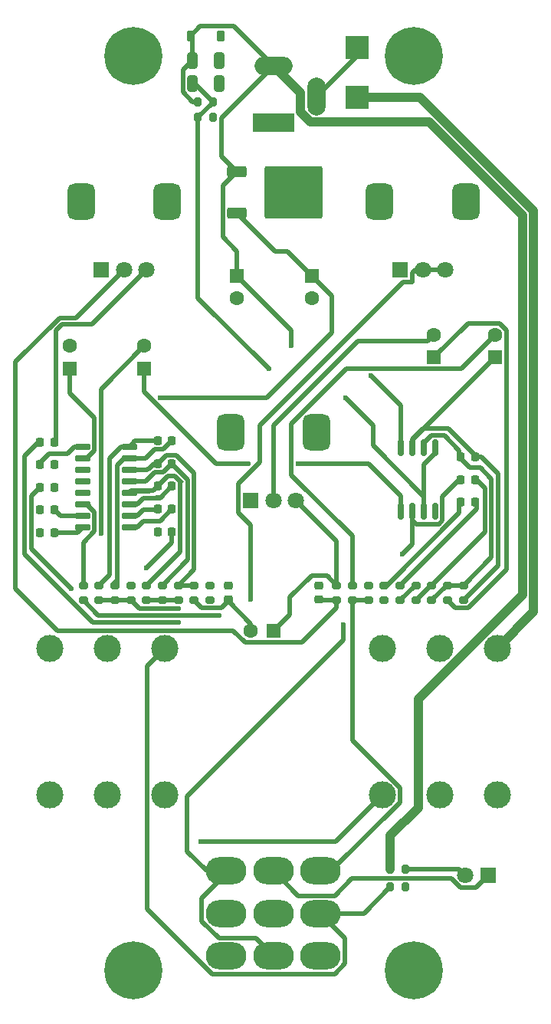
<source format=gbr>
%TF.GenerationSoftware,KiCad,Pcbnew,9.0.2*%
%TF.CreationDate,2025-07-24T19:17:49+12:00*%
%TF.ProjectId,Delay,44656c61-792e-46b6-9963-61645f706362,rev?*%
%TF.SameCoordinates,Original*%
%TF.FileFunction,Copper,L1,Top*%
%TF.FilePolarity,Positive*%
%FSLAX46Y46*%
G04 Gerber Fmt 4.6, Leading zero omitted, Abs format (unit mm)*
G04 Created by KiCad (PCBNEW 9.0.2) date 2025-07-24 19:17:49*
%MOMM*%
%LPD*%
G01*
G04 APERTURE LIST*
G04 Aperture macros list*
%AMRoundRect*
0 Rectangle with rounded corners*
0 $1 Rounding radius*
0 $2 $3 $4 $5 $6 $7 $8 $9 X,Y pos of 4 corners*
0 Add a 4 corners polygon primitive as box body*
4,1,4,$2,$3,$4,$5,$6,$7,$8,$9,$2,$3,0*
0 Add four circle primitives for the rounded corners*
1,1,$1+$1,$2,$3*
1,1,$1+$1,$4,$5*
1,1,$1+$1,$6,$7*
1,1,$1+$1,$8,$9*
0 Add four rect primitives between the rounded corners*
20,1,$1+$1,$2,$3,$4,$5,0*
20,1,$1+$1,$4,$5,$6,$7,0*
20,1,$1+$1,$6,$7,$8,$9,0*
20,1,$1+$1,$8,$9,$2,$3,0*%
G04 Aperture macros list end*
%TA.AperFunction,ComponentPad*%
%ADD10RoundRect,0.250000X0.550000X-0.550000X0.550000X0.550000X-0.550000X0.550000X-0.550000X-0.550000X0*%
%TD*%
%TA.AperFunction,ComponentPad*%
%ADD11C,1.600000*%
%TD*%
%TA.AperFunction,ComponentPad*%
%ADD12RoundRect,0.250000X0.550000X0.550000X-0.550000X0.550000X-0.550000X-0.550000X0.550000X-0.550000X0*%
%TD*%
%TA.AperFunction,ComponentPad*%
%ADD13RoundRect,0.250000X-0.550000X0.550000X-0.550000X-0.550000X0.550000X-0.550000X0.550000X0.550000X0*%
%TD*%
%TA.AperFunction,SMDPad,CuDef*%
%ADD14RoundRect,0.225000X-0.225000X-0.250000X0.225000X-0.250000X0.225000X0.250000X-0.225000X0.250000X0*%
%TD*%
%TA.AperFunction,SMDPad,CuDef*%
%ADD15RoundRect,0.200000X0.275000X-0.200000X0.275000X0.200000X-0.275000X0.200000X-0.275000X-0.200000X0*%
%TD*%
%TA.AperFunction,SMDPad,CuDef*%
%ADD16RoundRect,0.150000X-0.725000X-0.150000X0.725000X-0.150000X0.725000X0.150000X-0.725000X0.150000X0*%
%TD*%
%TA.AperFunction,ComponentPad*%
%ADD17C,0.800000*%
%TD*%
%TA.AperFunction,ComponentPad*%
%ADD18C,6.400000*%
%TD*%
%TA.AperFunction,SMDPad,CuDef*%
%ADD19RoundRect,0.200000X0.200000X0.275000X-0.200000X0.275000X-0.200000X-0.275000X0.200000X-0.275000X0*%
%TD*%
%TA.AperFunction,ComponentPad*%
%ADD20R,2.500000X2.500000*%
%TD*%
%TA.AperFunction,ComponentPad*%
%ADD21R,1.800000X1.800000*%
%TD*%
%TA.AperFunction,ComponentPad*%
%ADD22C,1.800000*%
%TD*%
%TA.AperFunction,ComponentPad*%
%ADD23RoundRect,0.750000X0.750000X-1.250000X0.750000X1.250000X-0.750000X1.250000X-0.750000X-1.250000X0*%
%TD*%
%TA.AperFunction,SMDPad,CuDef*%
%ADD24RoundRect,0.225000X0.225000X0.250000X-0.225000X0.250000X-0.225000X-0.250000X0.225000X-0.250000X0*%
%TD*%
%TA.AperFunction,SMDPad,CuDef*%
%ADD25RoundRect,0.200000X-0.275000X0.200000X-0.275000X-0.200000X0.275000X-0.200000X0.275000X0.200000X0*%
%TD*%
%TA.AperFunction,SMDPad,CuDef*%
%ADD26RoundRect,0.225000X0.250000X-0.225000X0.250000X0.225000X-0.250000X0.225000X-0.250000X-0.225000X0*%
%TD*%
%TA.AperFunction,SMDPad,CuDef*%
%ADD27RoundRect,0.250000X-0.325000X-0.650000X0.325000X-0.650000X0.325000X0.650000X-0.325000X0.650000X0*%
%TD*%
%TA.AperFunction,SMDPad,CuDef*%
%ADD28RoundRect,0.225000X-0.225000X-0.375000X0.225000X-0.375000X0.225000X0.375000X-0.225000X0.375000X0*%
%TD*%
%TA.AperFunction,ComponentPad*%
%ADD29O,4.500000X3.000000*%
%TD*%
%TA.AperFunction,SMDPad,CuDef*%
%ADD30RoundRect,0.200000X-0.200000X-0.275000X0.200000X-0.275000X0.200000X0.275000X-0.200000X0.275000X0*%
%TD*%
%TA.AperFunction,SMDPad,CuDef*%
%ADD31RoundRect,0.250000X-0.850000X-0.350000X0.850000X-0.350000X0.850000X0.350000X-0.850000X0.350000X0*%
%TD*%
%TA.AperFunction,SMDPad,CuDef*%
%ADD32RoundRect,0.249997X-2.950003X-2.650003X2.950003X-2.650003X2.950003X2.650003X-2.950003X2.650003X0*%
%TD*%
%TA.AperFunction,SMDPad,CuDef*%
%ADD33RoundRect,0.150000X0.150000X-0.800000X0.150000X0.800000X-0.150000X0.800000X-0.150000X-0.800000X0*%
%TD*%
%TA.AperFunction,ComponentPad*%
%ADD34R,4.600000X2.000000*%
%TD*%
%TA.AperFunction,ComponentPad*%
%ADD35O,4.200000X2.000000*%
%TD*%
%TA.AperFunction,ComponentPad*%
%ADD36O,2.000000X4.200000*%
%TD*%
%TA.AperFunction,ComponentPad*%
%ADD37C,3.000000*%
%TD*%
%TA.AperFunction,ViaPad*%
%ADD38C,0.600000*%
%TD*%
%TA.AperFunction,Conductor*%
%ADD39C,0.500000*%
%TD*%
%TA.AperFunction,Conductor*%
%ADD40C,1.000000*%
%TD*%
%TA.AperFunction,Conductor*%
%ADD41C,0.200000*%
%TD*%
G04 APERTURE END LIST*
D10*
%TO.P,CF7,1*%
%TO.N,Net-(C15-Pad2)*%
X174500000Y-77750000D03*
D11*
%TO.P,CF7,2*%
%TO.N,Net-(CF7-Pad2)*%
X174500000Y-75250000D03*
%TD*%
D10*
%TO.P,CF6,1*%
%TO.N,Delayed Signal*%
X167750000Y-77750000D03*
D11*
%TO.P,CF6,2*%
%TO.N,Net-(CF6-Pad2)*%
X167750000Y-75250000D03*
%TD*%
D12*
%TO.P,CF5,1*%
%TO.N,Net-(CF5-Pad1)*%
X150000000Y-108000000D03*
D11*
%TO.P,CF5,2*%
%TO.N,Net-(C14-Pad1)*%
X147500000Y-108000000D03*
%TD*%
D10*
%TO.P,CF4,1*%
%TO.N,Buffered Signal*%
X135750000Y-79000000D03*
D11*
%TO.P,CF4,2*%
%TO.N,Net-(CF4-Pad2)*%
X135750000Y-76500000D03*
%TD*%
D13*
%TO.P,CF3,1*%
%TO.N,+5V*%
X154250000Y-68750000D03*
D11*
%TO.P,CF3,2*%
%TO.N,GND*%
X154250000Y-71250000D03*
%TD*%
D13*
%TO.P,CF2,1*%
%TO.N,+9V*%
X146000000Y-68750000D03*
D11*
%TO.P,CF2,2*%
%TO.N,GND*%
X146000000Y-71250000D03*
%TD*%
D10*
%TO.P,CF1,1*%
%TO.N,Net-(U2-REF)*%
X127500000Y-79000000D03*
D11*
%TO.P,CF1,2*%
%TO.N,GND*%
X127500000Y-76500000D03*
%TD*%
D14*
%TO.P,C3,1*%
%TO.N,Wet In*%
X170725000Y-93750000D03*
%TO.P,C3,2*%
%TO.N,Net-(C3-Pad2)*%
X172275000Y-93750000D03*
%TD*%
D15*
%TO.P,R8,1*%
%TO.N,Net-(C12-Pad1)*%
X130750000Y-104575000D03*
%TO.P,R8,2*%
%TO.N,Net-(U2-LPF1-IN)*%
X130750000Y-102925000D03*
%TD*%
D14*
%TO.P,C12,1*%
%TO.N,Net-(C12-Pad1)*%
X124225000Y-92095000D03*
%TO.P,C12,2*%
%TO.N,GND*%
X125775000Y-92095000D03*
%TD*%
D15*
%TO.P,R7,1*%
%TO.N,Buffered Signal*%
X165750000Y-104575000D03*
%TO.P,R7,2*%
%TO.N,Net-(U1A--)*%
X165750000Y-102925000D03*
%TD*%
%TO.P,R11,1*%
%TO.N,Net-(C13-Pad1)*%
X139500000Y-104575000D03*
%TO.P,R11,2*%
%TO.N,Net-(U2-LPF2-OUT)*%
X139500000Y-102925000D03*
%TD*%
D14*
%TO.P,C7,1*%
%TO.N,Net-(U2-LPF1-IN)*%
X137225000Y-87000000D03*
%TO.P,C7,2*%
%TO.N,Net-(U2-LPF1-OUT)*%
X138775000Y-87000000D03*
%TD*%
D16*
%TO.P,U2,1,VCC*%
%TO.N,+5V*%
X128925000Y-87650000D03*
%TO.P,U2,2,REF*%
%TO.N,Net-(U2-REF)*%
X128925000Y-88920000D03*
%TO.P,U2,3,AGND*%
%TO.N,GND*%
X128925000Y-90190000D03*
%TO.P,U2,4,DGND*%
X128925000Y-91460000D03*
%TO.P,U2,5,CLK_O*%
%TO.N,unconnected-(U2-CLK_O-Pad5)*%
X128925000Y-92730000D03*
%TO.P,U2,6,VCO*%
%TO.N,Net-(U2-VCO)*%
X128925000Y-94000000D03*
%TO.P,U2,7,CC1*%
%TO.N,Net-(U2-CC1)*%
X128925000Y-95270000D03*
%TO.P,U2,8,CC0*%
%TO.N,Net-(U2-CC0)*%
X128925000Y-96540000D03*
%TO.P,U2,9,OP1-OUT*%
%TO.N,Net-(U2-OP1-OUT)*%
X134075000Y-96540000D03*
%TO.P,U2,10,OP1-IN*%
%TO.N,Net-(U2-OP1-IN)*%
X134075000Y-95270000D03*
%TO.P,U2,11,OP2-IN*%
%TO.N,Net-(U2-OP2-IN)*%
X134075000Y-94000000D03*
%TO.P,U2,12,OP2-OUT*%
%TO.N,Net-(U2-OP2-OUT)*%
X134075000Y-92730000D03*
%TO.P,U2,13,LPF2-IN*%
%TO.N,Net-(U2-LPF2-IN)*%
X134075000Y-91460000D03*
%TO.P,U2,14,LPF2-OUT*%
%TO.N,Net-(U2-LPF2-OUT)*%
X134075000Y-90190000D03*
%TO.P,U2,15,LPF1-OUT*%
%TO.N,Net-(U2-LPF1-OUT)*%
X134075000Y-88920000D03*
%TO.P,U2,16,LPF1-IN*%
%TO.N,Net-(U2-LPF1-IN)*%
X134075000Y-87650000D03*
%TD*%
D14*
%TO.P,C11,1*%
%TO.N,+5V*%
X124225000Y-89595000D03*
%TO.P,C11,2*%
%TO.N,GND*%
X125775000Y-89595000D03*
%TD*%
D17*
%TO.P,H3,1*%
%TO.N,N/C*%
X132100000Y-44500000D03*
X132802944Y-42802944D03*
X132802944Y-46197056D03*
X134500000Y-42100000D03*
D18*
X134500000Y-44500000D03*
D17*
X134500000Y-46900000D03*
X136197056Y-42802944D03*
X136197056Y-46197056D03*
X136900000Y-44500000D03*
%TD*%
D15*
%TO.P,R21,1*%
%TO.N,Wet Out*%
X160500000Y-104575000D03*
%TO.P,R21,2*%
%TO.N,GND*%
X160500000Y-102925000D03*
%TD*%
D19*
%TO.P,R1,1*%
%TO.N,Net-(D1-A)*%
X164575000Y-134250000D03*
%TO.P,R1,2*%
%TO.N,+9V*%
X162925000Y-134250000D03*
%TD*%
D17*
%TO.P,H2,1*%
%TO.N,N/C*%
X163100000Y-44500000D03*
X163802944Y-42802944D03*
X163802944Y-46197056D03*
X165500000Y-42100000D03*
D18*
X165500000Y-44500000D03*
D17*
X165500000Y-46900000D03*
X167197056Y-42802944D03*
X167197056Y-46197056D03*
X167900000Y-44500000D03*
%TD*%
D14*
%TO.P,C8,1*%
%TO.N,Net-(U2-LPF2-OUT)*%
X137225000Y-89500000D03*
%TO.P,C8,2*%
%TO.N,Net-(U2-LPF2-IN)*%
X138775000Y-89500000D03*
%TD*%
D20*
%TO.P,+9VBATT1,1,1*%
%TO.N,Net-(+9VBATT1-Pad1)*%
X159250000Y-43500000D03*
%TD*%
D21*
%TO.P,LEVEL1,1,1*%
%TO.N,GND*%
X147500000Y-93550000D03*
D22*
%TO.P,LEVEL1,2,2*%
%TO.N,Net-(CF6-Pad2)*%
X150000000Y-93550000D03*
%TO.P,LEVEL1,3,3*%
%TO.N,Net-(CF5-Pad1)*%
X152500000Y-93550000D03*
D23*
%TO.P,LEVEL1,MP*%
%TO.N,N/C*%
X145250000Y-86050000D03*
X154750000Y-86050000D03*
%TD*%
D21*
%TO.P,TIME1,1,1*%
%TO.N,GND*%
X164000000Y-68050000D03*
D22*
%TO.P,TIME1,2,2*%
%TO.N,Net-(R5-Pad1)*%
X166500000Y-68050000D03*
%TO.P,TIME1,3,3*%
X169000000Y-68050000D03*
D23*
%TO.P,TIME1,MP*%
%TO.N,N/C*%
X161750000Y-60550000D03*
X171250000Y-60550000D03*
%TD*%
D24*
%TO.P,C4,1*%
%TO.N,Net-(U2-CC1)*%
X125775000Y-94595000D03*
%TO.P,C4,2*%
%TO.N,GND*%
X124225000Y-94595000D03*
%TD*%
D15*
%TO.P,R5,1*%
%TO.N,Net-(R5-Pad1)*%
X129000000Y-104575000D03*
%TO.P,R5,2*%
%TO.N,Net-(U2-VCO)*%
X129000000Y-102925000D03*
%TD*%
%TO.P,R19,1*%
%TO.N,Net-(C17-Pad1)*%
X157000000Y-104575000D03*
%TO.P,R19,2*%
%TO.N,Net-(CF5-Pad1)*%
X157000000Y-102925000D03*
%TD*%
D25*
%TO.P,R16,1*%
%TO.N,Net-(U1B--)*%
X169250000Y-102925000D03*
%TO.P,R16,2*%
%TO.N,Delayed Signal*%
X169250000Y-104575000D03*
%TD*%
D15*
%TO.P,R14,1*%
%TO.N,Net-(U1B--)*%
X167500000Y-104575000D03*
%TO.P,R14,2*%
%TO.N,Buffered Signal*%
X167500000Y-102925000D03*
%TD*%
D26*
%TO.P,C17,1*%
%TO.N,Net-(C17-Pad1)*%
X155000000Y-104525000D03*
%TO.P,C17,2*%
%TO.N,GND*%
X155000000Y-102975000D03*
%TD*%
D24*
%TO.P,C5,1*%
%TO.N,Net-(U2-CC0)*%
X125775000Y-97095000D03*
%TO.P,C5,2*%
%TO.N,GND*%
X124225000Y-97095000D03*
%TD*%
D15*
%TO.P,R20,1*%
%TO.N,Wet Out*%
X158750000Y-104575000D03*
%TO.P,R20,2*%
%TO.N,Net-(CF7-Pad2)*%
X158750000Y-102925000D03*
%TD*%
D14*
%TO.P,C15,1*%
%TO.N,Net-(U1B--)*%
X170725000Y-88750000D03*
%TO.P,C15,2*%
%TO.N,Net-(C15-Pad2)*%
X172275000Y-88750000D03*
%TD*%
D26*
%TO.P,C14,1*%
%TO.N,Net-(C14-Pad1)*%
X145000000Y-104525000D03*
%TO.P,C14,2*%
%TO.N,GND*%
X145000000Y-102975000D03*
%TD*%
D27*
%TO.P,C2,1*%
%TO.N,+4.5V*%
X141025000Y-47500000D03*
%TO.P,C2,2*%
%TO.N,GND*%
X143975000Y-47500000D03*
%TD*%
D28*
%TO.P,D2,1,K*%
%TO.N,+9V*%
X140850000Y-42250000D03*
%TO.P,D2,2,A*%
%TO.N,GND*%
X144150000Y-42250000D03*
%TD*%
D24*
%TO.P,C13,1*%
%TO.N,Net-(C13-Pad1)*%
X138775000Y-97000000D03*
%TO.P,C13,2*%
%TO.N,GND*%
X137225000Y-97000000D03*
%TD*%
D25*
%TO.P,R10,1*%
%TO.N,Net-(CF4-Pad2)*%
X134250000Y-102925000D03*
%TO.P,R10,2*%
%TO.N,Net-(C12-Pad1)*%
X134250000Y-104575000D03*
%TD*%
D15*
%TO.P,R4,1*%
%TO.N,GND*%
X162250000Y-104575000D03*
%TO.P,R4,2*%
%TO.N,Wet In*%
X162250000Y-102925000D03*
%TD*%
D29*
%TO.P,S1,1*%
%TO.N,Wet In*%
X144800000Y-134500000D03*
%TO.P,S1,2*%
%TO.N,Guitar In*%
X144800000Y-139200000D03*
%TO.P,S1,3*%
%TO.N,Net-(S1-Pad3)*%
X144800000Y-143900000D03*
%TO.P,S1,4*%
%TO.N,Net-(D1-K)*%
X150000000Y-134500000D03*
%TO.P,S1,5*%
%TO.N,GND*%
X150000000Y-139200000D03*
%TO.P,S1,6*%
%TO.N,Wet In*%
X150000000Y-143900000D03*
%TO.P,S1,7*%
%TO.N,Wet Out*%
X155200000Y-134500000D03*
%TO.P,S1,8*%
%TO.N,Guitar Out*%
X155200000Y-139200000D03*
%TO.P,S1,9*%
%TO.N,Net-(S1-Pad3)*%
X155200000Y-143900000D03*
%TD*%
D30*
%TO.P,R3,1*%
%TO.N,+4.5V*%
X141675000Y-51250000D03*
%TO.P,R3,2*%
%TO.N,GND*%
X143325000Y-51250000D03*
%TD*%
D15*
%TO.P,R12,1*%
%TO.N,Net-(C13-Pad1)*%
X137750000Y-104575000D03*
%TO.P,R12,2*%
%TO.N,Net-(U2-LPF2-IN)*%
X137750000Y-102925000D03*
%TD*%
D14*
%TO.P,C9,1*%
%TO.N,Net-(U2-OP2-OUT)*%
X137225000Y-92000000D03*
%TO.P,C9,2*%
%TO.N,Net-(U2-OP2-IN)*%
X138775000Y-92000000D03*
%TD*%
%TO.P,C16,1*%
%TO.N,Net-(C16-Pad1)*%
X124225000Y-87095000D03*
%TO.P,C16,2*%
%TO.N,Net-(C16-Pad2)*%
X125775000Y-87095000D03*
%TD*%
D31*
%TO.P,U3,1,VI*%
%TO.N,+9V*%
X145950000Y-57220000D03*
D32*
%TO.P,U3,2,GND*%
%TO.N,GND*%
X152250000Y-59500000D03*
D31*
%TO.P,U3,3,VO*%
%TO.N,+5V*%
X145950000Y-61780000D03*
%TD*%
D27*
%TO.P,C1,1*%
%TO.N,+9V*%
X141025000Y-45000000D03*
%TO.P,C1,2*%
%TO.N,GND*%
X143975000Y-45000000D03*
%TD*%
D20*
%TO.P,-9VBATT1,1,1*%
%TO.N,Net-(-9VBATT1-Pad1)*%
X159250000Y-49000000D03*
%TD*%
D14*
%TO.P,C10,1*%
%TO.N,Net-(U2-OP1-IN)*%
X137225000Y-94500000D03*
%TO.P,C10,2*%
%TO.N,Net-(U2-OP1-OUT)*%
X138775000Y-94500000D03*
%TD*%
D30*
%TO.P,R2,1*%
%TO.N,+9V*%
X141675000Y-49500000D03*
%TO.P,R2,2*%
%TO.N,+4.5V*%
X143325000Y-49500000D03*
%TD*%
D21*
%TO.P,D1,1,K*%
%TO.N,Net-(D1-K)*%
X173770000Y-135000000D03*
D22*
%TO.P,D1,2,A*%
%TO.N,Net-(D1-A)*%
X171230000Y-135000000D03*
%TD*%
D15*
%TO.P,R13,1*%
%TO.N,Net-(C13-Pad1)*%
X136000000Y-104575000D03*
%TO.P,R13,2*%
%TO.N,Net-(U2-OP2-OUT)*%
X136000000Y-102925000D03*
%TD*%
D21*
%TO.P,REPEATS1,1,1*%
%TO.N,GND*%
X131000000Y-68050000D03*
D22*
%TO.P,REPEATS1,2,2*%
%TO.N,Net-(C17-Pad1)*%
X133500000Y-68050000D03*
%TO.P,REPEATS1,3,3*%
%TO.N,Net-(C16-Pad2)*%
X136000000Y-68050000D03*
D23*
%TO.P,REPEATS1,MP*%
%TO.N,N/C*%
X128750000Y-60550000D03*
X138250000Y-60550000D03*
%TD*%
D15*
%TO.P,R17,1*%
%TO.N,Net-(C15-Pad2)*%
X171000000Y-104575000D03*
%TO.P,R17,2*%
%TO.N,Net-(U1B--)*%
X171000000Y-102925000D03*
%TD*%
D30*
%TO.P,RC1,1*%
%TO.N,Guitar Out*%
X162925000Y-136250000D03*
%TO.P,RC1,2*%
%TO.N,GND*%
X164575000Y-136250000D03*
%TD*%
D15*
%TO.P,R18,1*%
%TO.N,Net-(C16-Pad1)*%
X143000000Y-104575000D03*
%TO.P,R18,2*%
%TO.N,Net-(C12-Pad1)*%
X143000000Y-102925000D03*
%TD*%
D14*
%TO.P,C6,1*%
%TO.N,Net-(U1A--)*%
X170725000Y-91250000D03*
%TO.P,C6,2*%
%TO.N,Buffered Signal*%
X172275000Y-91250000D03*
%TD*%
D17*
%TO.P,H4,1*%
%TO.N,N/C*%
X132100000Y-145500000D03*
X132802944Y-143802944D03*
X132802944Y-147197056D03*
X134500000Y-143100000D03*
D18*
X134500000Y-145500000D03*
D17*
X134500000Y-147900000D03*
X136197056Y-143802944D03*
X136197056Y-147197056D03*
X136900000Y-145500000D03*
%TD*%
D33*
%TO.P,U1,1*%
%TO.N,Buffered Signal*%
X164095000Y-94750000D03*
%TO.P,U1,2,-*%
%TO.N,Net-(U1A--)*%
X165365000Y-94750000D03*
%TO.P,U1,3,+*%
%TO.N,+4.5V*%
X166635000Y-94750000D03*
%TO.P,U1,4,V-*%
%TO.N,GND*%
X167905000Y-94750000D03*
%TO.P,U1,5,+*%
%TO.N,+4.5V*%
X167905000Y-87750000D03*
%TO.P,U1,6,-*%
%TO.N,Net-(U1B--)*%
X166635000Y-87750000D03*
%TO.P,U1,7*%
%TO.N,Net-(C15-Pad2)*%
X165365000Y-87750000D03*
%TO.P,U1,8,V+*%
%TO.N,+9V*%
X164095000Y-87750000D03*
%TD*%
D15*
%TO.P,R9,1*%
%TO.N,Net-(C12-Pad1)*%
X132500000Y-104575000D03*
%TO.P,R9,2*%
%TO.N,Net-(U2-LPF1-OUT)*%
X132500000Y-102925000D03*
%TD*%
D17*
%TO.P,H1,1*%
%TO.N,N/C*%
X163100000Y-145500000D03*
X163802944Y-143802944D03*
X163802944Y-147197056D03*
X165500000Y-143100000D03*
D18*
X165500000Y-145500000D03*
D17*
X165500000Y-147900000D03*
X167197056Y-143802944D03*
X167197056Y-147197056D03*
X167900000Y-145500000D03*
%TD*%
D15*
%TO.P,R6,1*%
%TO.N,Net-(U1A--)*%
X164000000Y-104575000D03*
%TO.P,R6,2*%
%TO.N,Net-(C3-Pad2)*%
X164000000Y-102925000D03*
%TD*%
%TO.P,R15,1*%
%TO.N,Net-(C14-Pad1)*%
X141250000Y-104575000D03*
%TO.P,R15,2*%
%TO.N,Net-(U2-LPF2-OUT)*%
X141250000Y-102925000D03*
%TD*%
D34*
%TO.P,J2,1*%
%TO.N,GND*%
X150000000Y-51850000D03*
D35*
%TO.P,J2,2*%
%TO.N,+9V*%
X150000000Y-45550000D03*
D36*
%TO.P,J2,3*%
%TO.N,Net-(+9VBATT1-Pad1)*%
X154800000Y-48950000D03*
%TD*%
D37*
%TO.P,J3,R*%
%TO.N,N/C*%
X131650000Y-109885000D03*
%TO.P,J3,RN*%
X131650000Y-126115000D03*
%TO.P,J3,S*%
%TO.N,GND*%
X125300000Y-109885000D03*
%TO.P,J3,SN*%
%TO.N,unconnected-(J3-PadSN)*%
X125300000Y-126115000D03*
%TO.P,J3,T*%
%TO.N,Guitar Out*%
X138000000Y-109885000D03*
%TO.P,J3,TN*%
%TO.N,unconnected-(J3-PadTN)*%
X138000000Y-126115000D03*
%TD*%
%TO.P,J1,R*%
%TO.N,N/C*%
X168375000Y-126115000D03*
%TO.P,J1,RN*%
X168375000Y-109885000D03*
%TO.P,J1,S*%
%TO.N,GND*%
X174725000Y-126115000D03*
%TO.P,J1,SN*%
%TO.N,Net-(-9VBATT1-Pad1)*%
X174725000Y-109885000D03*
%TO.P,J1,T*%
%TO.N,Guitar In*%
X162025000Y-126115000D03*
%TO.P,J1,TN*%
%TO.N,unconnected-(J1-PadTN)*%
X162025000Y-109885000D03*
%TD*%
D38*
%TO.N,+9V*%
X160750000Y-79750000D03*
X152000000Y-76500000D03*
%TO.N,GND*%
X143325000Y-51250000D03*
X124050000Y-97095000D03*
X125950000Y-92095000D03*
X145000000Y-102800000D03*
X137050000Y-97000000D03*
X160500000Y-102925000D03*
X125950000Y-89595000D03*
X162250000Y-104575000D03*
X128925000Y-91460000D03*
X167905000Y-94750000D03*
X155000000Y-102800000D03*
X144150000Y-42250000D03*
X152250000Y-59500000D03*
X164575000Y-136250000D03*
X124050000Y-94595000D03*
X143975000Y-47500000D03*
X128925000Y-90190000D03*
X143975000Y-45000000D03*
%TO.N,+4.5V*%
X158000000Y-82250000D03*
X149500000Y-79000000D03*
%TO.N,Guitar In*%
X142000000Y-131250000D03*
%TO.N,Wet In*%
X162250000Y-103000000D03*
X157750000Y-107250000D03*
%TO.N,+5V*%
X128912500Y-87662500D03*
X137500000Y-82250000D03*
%TO.N,Net-(C12-Pad1)*%
X139500000Y-105500000D03*
X127700000Y-103300000D03*
X130750000Y-104575000D03*
X143000000Y-102925000D03*
%TO.N,Net-(C13-Pad1)*%
X136000000Y-104575000D03*
X136000000Y-101000000D03*
%TO.N,Buffered Signal*%
X172475000Y-91275000D03*
X152750000Y-89500000D03*
X164095000Y-94750000D03*
X147250000Y-89500000D03*
%TO.N,Net-(CF4-Pad2)*%
X131000000Y-97250000D03*
X134250000Y-102925000D03*
%TO.N,Net-(U1A--)*%
X164000000Y-104575000D03*
X164250000Y-99500000D03*
%TO.N,Net-(C16-Pad1)*%
X143000000Y-104575000D03*
X139500000Y-107000000D03*
%TO.N,Net-(R5-Pad1)*%
X147500000Y-104500000D03*
X144000000Y-106250000D03*
%TD*%
D39*
%TO.N,Net-(C14-Pad1)*%
X144274000Y-105426000D02*
X142101000Y-105426000D01*
X145000000Y-104700000D02*
X144274000Y-105426000D01*
X147500000Y-107200000D02*
X145000000Y-104700000D01*
X142101000Y-105426000D02*
X141250000Y-104575000D01*
X147500000Y-108000000D02*
X147500000Y-107200000D01*
%TO.N,Net-(CF5-Pad1)*%
X155924000Y-101849000D02*
X157000000Y-102925000D01*
X151800000Y-104276708D02*
X154227708Y-101849000D01*
X154227708Y-101849000D02*
X155924000Y-101849000D01*
X151800000Y-106200000D02*
X151800000Y-104276708D01*
X150000000Y-108000000D02*
X151800000Y-106200000D01*
%TO.N,Delayed Signal*%
X171501000Y-73999000D02*
X167750000Y-77750000D01*
X175018182Y-73999000D02*
X171501000Y-73999000D01*
X175751000Y-74731818D02*
X175018182Y-73999000D01*
X175751000Y-101225196D02*
X175751000Y-74731818D01*
%TO.N,Net-(CF7-Pad2)*%
X170750000Y-79000000D02*
X174500000Y-75250000D01*
X158101528Y-79000000D02*
X170750000Y-79000000D01*
X151999000Y-85102528D02*
X158101528Y-79000000D01*
%TO.N,Net-(C15-Pad2)*%
X165365000Y-86885000D02*
X174500000Y-77750000D01*
X165365000Y-87215900D02*
X165365000Y-86885000D01*
%TO.N,Net-(CF6-Pad2)*%
X167050000Y-75950000D02*
X167750000Y-75250000D01*
X159300000Y-75950000D02*
X167050000Y-75950000D01*
X150000000Y-85250000D02*
X159300000Y-75950000D01*
X150000000Y-93550000D02*
X150000000Y-85250000D01*
%TO.N,+5V*%
X150220000Y-66050000D02*
X145950000Y-61780000D01*
X151550000Y-66050000D02*
X150220000Y-66050000D01*
X149250000Y-82250000D02*
X156500000Y-75000000D01*
X156500000Y-71000000D02*
X151550000Y-66050000D01*
X137500000Y-82250000D02*
X149250000Y-82250000D01*
X156500000Y-75000000D02*
X156500000Y-71000000D01*
%TO.N,+9V*%
X146000000Y-66050000D02*
X146000000Y-68750000D01*
X146000000Y-68750000D02*
X152000000Y-74750000D01*
X144399000Y-58771000D02*
X144399000Y-64449000D01*
X145950000Y-57220000D02*
X144399000Y-58771000D01*
X144399000Y-64449000D02*
X146000000Y-66050000D01*
X152000000Y-74750000D02*
X152000000Y-76250000D01*
%TO.N,Buffered Signal*%
X135750000Y-81562075D02*
X135750000Y-79000000D01*
%TO.N,Net-(CF4-Pad2)*%
X131000000Y-81250000D02*
X135750000Y-76500000D01*
X131000000Y-97250000D02*
X131000000Y-81250000D01*
%TO.N,Net-(U2-REF)*%
X127500000Y-81700000D02*
X127500000Y-79000000D01*
%TO.N,+9V*%
X164095000Y-83095000D02*
X160750000Y-79750000D01*
X144250000Y-55520000D02*
X145950000Y-57220000D01*
X139999000Y-48447292D02*
X139999000Y-46026000D01*
X141025000Y-45000000D02*
X141025000Y-42425000D01*
D40*
X153001000Y-48551000D02*
X150000000Y-45550000D01*
X162925000Y-130575000D02*
X166000000Y-127500000D01*
D39*
X150000000Y-45550000D02*
X145649000Y-41199000D01*
X139999000Y-46026000D02*
X141025000Y-45000000D01*
X150000000Y-45550000D02*
X144250000Y-51300000D01*
D40*
X154095423Y-51751000D02*
X153001000Y-50656577D01*
X177551000Y-62067848D02*
X167234152Y-51751000D01*
D39*
X145649000Y-41199000D02*
X141901000Y-41199000D01*
D40*
X167234152Y-51751000D02*
X154095423Y-51751000D01*
D39*
X141051708Y-49500000D02*
X139999000Y-48447292D01*
D40*
X177551000Y-103946315D02*
X166000000Y-115497315D01*
X162925000Y-134250000D02*
X162925000Y-130575000D01*
D39*
X141675000Y-49500000D02*
X141051708Y-49500000D01*
D40*
X166000000Y-115497315D02*
X166000000Y-127500000D01*
D39*
X141901000Y-41199000D02*
X140850000Y-42250000D01*
X144250000Y-51300000D02*
X144250000Y-55520000D01*
D40*
X177551000Y-62067848D02*
X177551000Y-103946315D01*
D39*
X164095000Y-87750000D02*
X164095000Y-83095000D01*
D40*
X153001000Y-50656577D02*
X153001000Y-48551000D01*
D39*
%TO.N,+4.5V*%
X166635000Y-89554100D02*
X167905000Y-88284100D01*
X166635000Y-94750000D02*
X166635000Y-89554100D01*
X141675000Y-51250000D02*
X141675000Y-71175000D01*
X158000000Y-82250000D02*
X161000000Y-85250000D01*
X141675000Y-71175000D02*
X149500000Y-79000000D01*
X161000000Y-87500000D02*
X166635000Y-93135000D01*
X141325000Y-47500000D02*
X143325000Y-49500000D01*
X161000000Y-85250000D02*
X161000000Y-87500000D01*
X143325000Y-49600000D02*
X141675000Y-51250000D01*
X166635000Y-93135000D02*
X166635000Y-94750000D01*
%TO.N,Net-(D1-K)*%
X172419000Y-136351000D02*
X173770000Y-135000000D01*
X169643397Y-135324000D02*
X170670397Y-136351000D01*
X150000000Y-134500000D02*
X152749000Y-137249000D01*
X158683131Y-135324000D02*
X169643397Y-135324000D01*
X156758131Y-137249000D02*
X158683131Y-135324000D01*
X152749000Y-137249000D02*
X156758131Y-137249000D01*
X170670397Y-136351000D02*
X172419000Y-136351000D01*
%TO.N,Net-(D1-A)*%
X164575000Y-134250000D02*
X170480000Y-134250000D01*
X170480000Y-134250000D02*
X171230000Y-135000000D01*
%TO.N,Guitar In*%
X156890000Y-131250000D02*
X162025000Y-126115000D01*
X142000000Y-131250000D02*
X156890000Y-131250000D01*
%TO.N,Guitar Out*%
X136049000Y-111836000D02*
X138000000Y-109885000D01*
X157901000Y-144708131D02*
X156758131Y-145851000D01*
X157901000Y-141901000D02*
X157901000Y-144708131D01*
X136049000Y-138658131D02*
X136049000Y-111836000D01*
X162925000Y-136250000D02*
X159975000Y-139200000D01*
X159975000Y-139200000D02*
X155200000Y-139200000D01*
X155200000Y-139200000D02*
X157901000Y-141901000D01*
X156758131Y-145851000D02*
X143241869Y-145851000D01*
X143241869Y-145851000D02*
X136049000Y-138658131D01*
%TO.N,Wet In*%
X148049000Y-141949000D02*
X144039869Y-141949000D01*
X140500000Y-132312075D02*
X140500000Y-126250000D01*
X144039869Y-141949000D02*
X142099000Y-140008131D01*
X140500000Y-126250000D02*
X157750000Y-109000000D01*
X162525464Y-102925000D02*
X162250000Y-102925000D01*
X150000000Y-143900000D02*
X148049000Y-141949000D01*
X170550000Y-94900464D02*
X162525464Y-102925000D01*
X142687925Y-134500000D02*
X140500000Y-132312075D01*
X144800000Y-134500000D02*
X142687925Y-134500000D01*
X157750000Y-109000000D02*
X157750000Y-107250000D01*
X142099000Y-140008131D02*
X142099000Y-137490364D01*
X142099000Y-137490364D02*
X144800000Y-134789364D01*
X170550000Y-93750000D02*
X170550000Y-94900464D01*
%TO.N,Wet Out*%
X163976000Y-125306869D02*
X163976000Y-126923131D01*
X163976000Y-126923131D02*
X156399131Y-134500000D01*
X158750000Y-104575000D02*
X158750000Y-120080869D01*
X156399131Y-134500000D02*
X155200000Y-134500000D01*
X158750000Y-120080869D02*
X163976000Y-125306869D01*
X158750000Y-104575000D02*
X160500000Y-104575000D01*
%TO.N,+5V*%
X125226000Y-88419000D02*
X127281001Y-88419000D01*
X128037501Y-87662500D02*
X128912500Y-87662500D01*
X127281001Y-88419000D02*
X128037501Y-87662500D01*
X124050000Y-89595000D02*
X125226000Y-88419000D01*
%TO.N,Net-(C12-Pad1)*%
X135175000Y-105500000D02*
X139500000Y-105500000D01*
X124225000Y-92095000D02*
X123299000Y-93021000D01*
X134250000Y-104575000D02*
X135175000Y-105500000D01*
X123299000Y-98899000D02*
X127700000Y-103300000D01*
X134250000Y-104575000D02*
X130750000Y-104575000D01*
X123299000Y-93021000D02*
X123299000Y-98899000D01*
%TO.N,Net-(C13-Pad1)*%
X138775000Y-98225000D02*
X138775000Y-97000000D01*
X136000000Y-101000000D02*
X138775000Y-98225000D01*
X136000000Y-104575000D02*
X139500000Y-104575000D01*
%TO.N,Net-(C15-Pad2)*%
X174803000Y-90603000D02*
X174803000Y-100772000D01*
X174803000Y-100772000D02*
X171000000Y-104575000D01*
X166517001Y-85648000D02*
X165365000Y-86800001D01*
X172950000Y-88750000D02*
X174803000Y-90603000D01*
X172450000Y-88750000D02*
X169348000Y-85648000D01*
X165365000Y-86800001D02*
X165365000Y-87750000D01*
X169348000Y-85648000D02*
X166517001Y-85648000D01*
X172450000Y-88750000D02*
X172950000Y-88750000D01*
%TO.N,Net-(C16-Pad2)*%
X125950000Y-74801708D02*
X125950000Y-87095000D01*
X126652708Y-74099000D02*
X125950000Y-74801708D01*
X129951000Y-74099000D02*
X126652708Y-74099000D01*
X136000000Y-68050000D02*
X129951000Y-74099000D01*
%TO.N,Buffered Signal*%
X160500000Y-89500000D02*
X164095000Y-93095000D01*
X172475000Y-91275000D02*
X173401000Y-92201000D01*
X143687925Y-89500000D02*
X147250000Y-89500000D01*
X164095000Y-93095000D02*
X164095000Y-94750000D01*
X167400000Y-102925000D02*
X165750000Y-104575000D01*
X173401000Y-97024000D02*
X167500000Y-102925000D01*
X135750000Y-81562075D02*
X143687925Y-89500000D01*
X152750000Y-89500000D02*
X160500000Y-89500000D01*
X173401000Y-92201000D02*
X173401000Y-97024000D01*
%TO.N,Delayed Signal*%
X175751000Y-101225196D02*
X171550196Y-105426000D01*
X170101000Y-105426000D02*
X169250000Y-104575000D01*
X171550196Y-105426000D02*
X170101000Y-105426000D01*
%TO.N,Net-(+9VBATT1-Pad1)*%
X159250000Y-44500000D02*
X154800000Y-48950000D01*
D40*
%TO.N,Net-(-9VBATT1-Pad1)*%
X174725000Y-109385000D02*
X174725000Y-109885000D01*
X178752000Y-61570378D02*
X178752000Y-105858000D01*
X159250000Y-49000000D02*
X166181622Y-49000000D01*
X166181622Y-49000000D02*
X178752000Y-61570378D01*
X178752000Y-105858000D02*
X174725000Y-109885000D01*
D39*
%TO.N,Net-(C3-Pad2)*%
X172450000Y-94475000D02*
X164000000Y-102925000D01*
X172450000Y-93750000D02*
X172450000Y-94475000D01*
D41*
%TO.N,Net-(U2-CC1)*%
X126625000Y-95270000D02*
X128925000Y-95270000D01*
D39*
X125775000Y-94595000D02*
X126450000Y-95270000D01*
X126450000Y-95270000D02*
X128925000Y-95270000D01*
D41*
X125950000Y-94595000D02*
X126625000Y-95270000D01*
D39*
%TO.N,Net-(U2-CC0)*%
X128370000Y-97095000D02*
X128925000Y-96540000D01*
X125775000Y-97095000D02*
X128370000Y-97095000D01*
%TO.N,Net-(U1A--)*%
X165747000Y-96151000D02*
X165365000Y-95769000D01*
X164250000Y-99500000D02*
X165365000Y-98385000D01*
X165650000Y-102925000D02*
X164000000Y-104575000D01*
X168656000Y-93144000D02*
X168656000Y-95803100D01*
D41*
X165365000Y-94750000D02*
X165365000Y-98620936D01*
D39*
X165365000Y-98385000D02*
X165365000Y-94750000D01*
X165365000Y-95769000D02*
X165365000Y-94750000D01*
X168308100Y-96151000D02*
X165747000Y-96151000D01*
X168656000Y-95803100D02*
X168308100Y-96151000D01*
X170550000Y-91250000D02*
X168656000Y-93144000D01*
%TO.N,Net-(U2-LPF1-IN)*%
X137225000Y-87000000D02*
X134725000Y-87000000D01*
X134725000Y-87000000D02*
X134075000Y-87650000D01*
X133200001Y-87650000D02*
X134075000Y-87650000D01*
X130750000Y-102925000D02*
X131900000Y-101775000D01*
X131900000Y-101775000D02*
X131900000Y-88950001D01*
X131900000Y-88950001D02*
X133200001Y-87650000D01*
%TO.N,Net-(U2-LPF1-OUT)*%
X132500000Y-102925000D02*
X132500000Y-102500000D01*
X132749000Y-102676000D02*
X132749000Y-89696000D01*
X138775000Y-87000000D02*
X137849000Y-87926000D01*
X137849000Y-87926000D02*
X136903232Y-87926000D01*
X132749000Y-89696000D02*
X133525000Y-88920000D01*
X132500000Y-102925000D02*
X132749000Y-102676000D01*
X135909232Y-88920000D02*
X134075000Y-88920000D01*
X136903232Y-87926000D02*
X135909232Y-88920000D01*
D41*
%TO.N,Net-(U2-LPF2-IN)*%
X137924000Y-90526000D02*
X138950000Y-89500000D01*
D39*
X137849000Y-90426000D02*
X136903232Y-90426000D01*
D41*
X134075000Y-91460000D02*
X136040000Y-91460000D01*
X136040000Y-91460000D02*
X136974000Y-90526000D01*
D39*
X136903232Y-90426000D02*
X135869232Y-91460000D01*
X140551000Y-91276000D02*
X138775000Y-89500000D01*
X137750000Y-102925000D02*
X140551000Y-100124000D01*
X140551000Y-100124000D02*
X140551000Y-91276000D01*
X138775000Y-89500000D02*
X137849000Y-90426000D01*
X135869232Y-91460000D02*
X134075000Y-91460000D01*
D41*
X136974000Y-90526000D02*
X137924000Y-90526000D01*
D39*
%TO.N,Net-(U2-LPF2-OUT)*%
X141252000Y-90539758D02*
X139286242Y-88574000D01*
X139500000Y-102925000D02*
X141252000Y-101173000D01*
X139500000Y-102925000D02*
X141250000Y-102925000D01*
X138151000Y-88574000D02*
X137225000Y-89500000D01*
D41*
X136360000Y-90190000D02*
X137050000Y-89500000D01*
D39*
X136775000Y-89500000D02*
X136085000Y-90190000D01*
X141252000Y-101173000D02*
X141252000Y-90539758D01*
X137225000Y-89500000D02*
X136775000Y-89500000D01*
D41*
X134075000Y-90190000D02*
X136360000Y-90190000D01*
D39*
X139286242Y-88574000D02*
X138151000Y-88574000D01*
X136085000Y-90190000D02*
X134075000Y-90190000D01*
D41*
%TO.N,Net-(U2-OP2-IN)*%
X137924000Y-93026000D02*
X138950000Y-92000000D01*
D39*
X134949999Y-94000000D02*
X134075000Y-94000000D01*
X135668999Y-93281000D02*
X134949999Y-94000000D01*
X137494000Y-93281000D02*
X135668999Y-93281000D01*
X138775000Y-92000000D02*
X137494000Y-93281000D01*
D41*
X136974000Y-93026000D02*
X137924000Y-93026000D01*
D39*
%TO.N,Net-(U2-OP2-OUT)*%
X138383182Y-90883182D02*
X137266364Y-92000000D01*
D41*
X136320000Y-92730000D02*
X137050000Y-92000000D01*
D39*
X136725000Y-92500000D02*
X134305000Y-92500000D01*
X136000000Y-102925000D02*
X139676000Y-99249000D01*
X139676000Y-91463758D02*
X139095424Y-90883182D01*
X134305000Y-92500000D02*
X134075000Y-92730000D01*
D41*
X134075000Y-92730000D02*
X136320000Y-92730000D01*
D39*
X137225000Y-92000000D02*
X136725000Y-92500000D01*
D41*
X140000000Y-91538840D02*
X139435160Y-90974000D01*
X139435160Y-90974000D02*
X138076000Y-90974000D01*
D39*
X139095424Y-90883182D02*
X138383182Y-90883182D01*
X139676000Y-99249000D02*
X139676000Y-91463758D01*
%TO.N,Net-(U2-OP1-IN)*%
X135668999Y-94551000D02*
X134949999Y-95270000D01*
X134949999Y-95270000D02*
X134075000Y-95270000D01*
X137174000Y-94551000D02*
X135668999Y-94551000D01*
%TO.N,Net-(U2-OP1-OUT)*%
X135668999Y-95821000D02*
X134949999Y-96540000D01*
D41*
X134949999Y-96540000D02*
X135739999Y-95750000D01*
X137700000Y-95750000D02*
X138950000Y-94500000D01*
X135739999Y-95750000D02*
X137700000Y-95750000D01*
D39*
X137454000Y-95821000D02*
X135668999Y-95821000D01*
X134949999Y-96540000D02*
X134075000Y-96540000D01*
X138775000Y-94500000D02*
X137454000Y-95821000D01*
%TO.N,Net-(U1B--)*%
X171726000Y-89926000D02*
X170550000Y-88750000D01*
D41*
X169250000Y-102925000D02*
X171000000Y-102925000D01*
D39*
X170550000Y-88025000D02*
X170550000Y-88750000D01*
D41*
X167600000Y-104575000D02*
X169250000Y-102925000D01*
D39*
X172849292Y-89926000D02*
X171726000Y-89926000D01*
X174102000Y-99823000D02*
X174102000Y-91178708D01*
X167501900Y-86349000D02*
X168874000Y-86349000D01*
X166635000Y-87215900D02*
X167501900Y-86349000D01*
X167500000Y-104575000D02*
X169150000Y-102925000D01*
X169150000Y-102925000D02*
X171000000Y-102925000D01*
X174102000Y-91178708D02*
X172849292Y-89926000D01*
X171000000Y-102925000D02*
X174102000Y-99823000D01*
X168874000Y-86349000D02*
X170550000Y-88025000D01*
%TO.N,Net-(C16-Pad1)*%
X122500000Y-88645000D02*
X124050000Y-87095000D01*
X130023804Y-107000000D02*
X122500000Y-99476196D01*
X122500000Y-99476196D02*
X122500000Y-88645000D01*
X139500000Y-107000000D02*
X130023804Y-107000000D01*
%TO.N,Net-(C17-Pad1)*%
X146852708Y-109251000D02*
X153147292Y-109251000D01*
X145535708Y-107934000D02*
X146852708Y-109251000D01*
X133500000Y-68050000D02*
X128152000Y-73398000D01*
X153147292Y-109251000D02*
X157000000Y-105398292D01*
X128152000Y-73398000D02*
X126362344Y-73398000D01*
X121500000Y-103325869D02*
X126108131Y-107934000D01*
X157000000Y-105398292D02*
X157000000Y-104575000D01*
X126362344Y-73398000D02*
X121500000Y-78260344D01*
D41*
X155000000Y-104700000D02*
X156875000Y-104700000D01*
D39*
X157000000Y-104575000D02*
X155125000Y-104575000D01*
X126108131Y-107934000D02*
X145535708Y-107934000D01*
X121500000Y-78260344D02*
X121500000Y-103325869D01*
%TO.N,Net-(U2-REF)*%
X129384100Y-88920000D02*
X130251000Y-88053100D01*
X130251000Y-88053100D02*
X130251000Y-84451000D01*
X130251000Y-84451000D02*
X127500000Y-81700000D01*
%TO.N,Net-(CF5-Pad1)*%
X157000000Y-98050000D02*
X152500000Y-93550000D01*
X157000000Y-102925000D02*
X157000000Y-98050000D01*
%TO.N,Net-(CF7-Pad2)*%
X158750000Y-102925000D02*
X158750000Y-97500000D01*
X151999000Y-90749000D02*
X151999000Y-85102528D01*
X158750000Y-97500000D02*
X151999000Y-90749000D01*
%TO.N,Net-(R5-Pad1)*%
X169000000Y-68050000D02*
X166500000Y-68050000D01*
X165351000Y-68399000D02*
X165700000Y-68050000D01*
X146149000Y-91663075D02*
X148500000Y-89312075D01*
X165700000Y-68050000D02*
X166500000Y-68050000D01*
X147500000Y-104500000D02*
X147500000Y-96252000D01*
X146149000Y-94901000D02*
X146149000Y-91663075D01*
X148500000Y-89312075D02*
X148500000Y-85250000D01*
X164349000Y-69401000D02*
X165351000Y-69401000D01*
X148500000Y-85250000D02*
X164349000Y-69401000D01*
X165351000Y-69401000D02*
X165351000Y-68399000D01*
X130675000Y-106250000D02*
X144000000Y-106250000D01*
X129000000Y-104575000D02*
X130675000Y-106250000D01*
X147500000Y-96252000D02*
X146149000Y-94901000D01*
D41*
%TO.N,Net-(U2-VCO)*%
X129799999Y-94000000D02*
X128925000Y-94000000D01*
D39*
X130251000Y-96943100D02*
X130251000Y-94866900D01*
X129000000Y-98194100D02*
X130251000Y-96943100D01*
X130251000Y-94866900D02*
X129384100Y-94000000D01*
X129000000Y-102925000D02*
X129000000Y-98194100D01*
%TD*%
M02*

</source>
